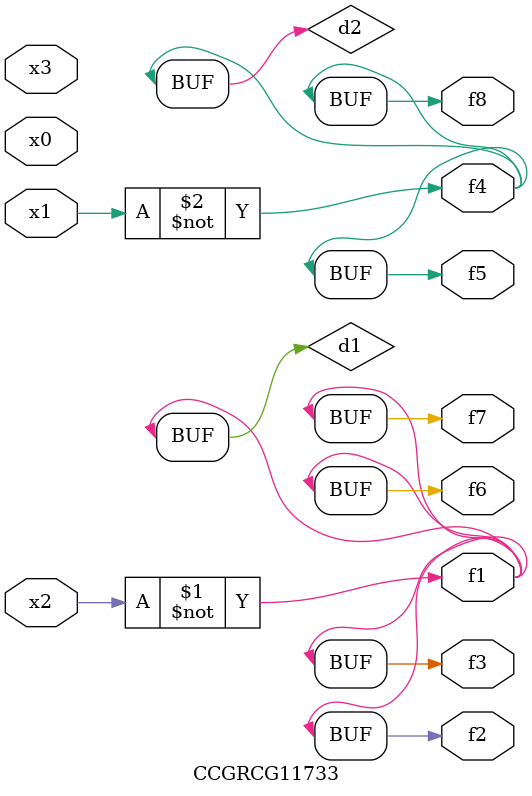
<source format=v>
module CCGRCG11733(
	input x0, x1, x2, x3,
	output f1, f2, f3, f4, f5, f6, f7, f8
);

	wire d1, d2;

	xnor (d1, x2);
	not (d2, x1);
	assign f1 = d1;
	assign f2 = d1;
	assign f3 = d1;
	assign f4 = d2;
	assign f5 = d2;
	assign f6 = d1;
	assign f7 = d1;
	assign f8 = d2;
endmodule

</source>
